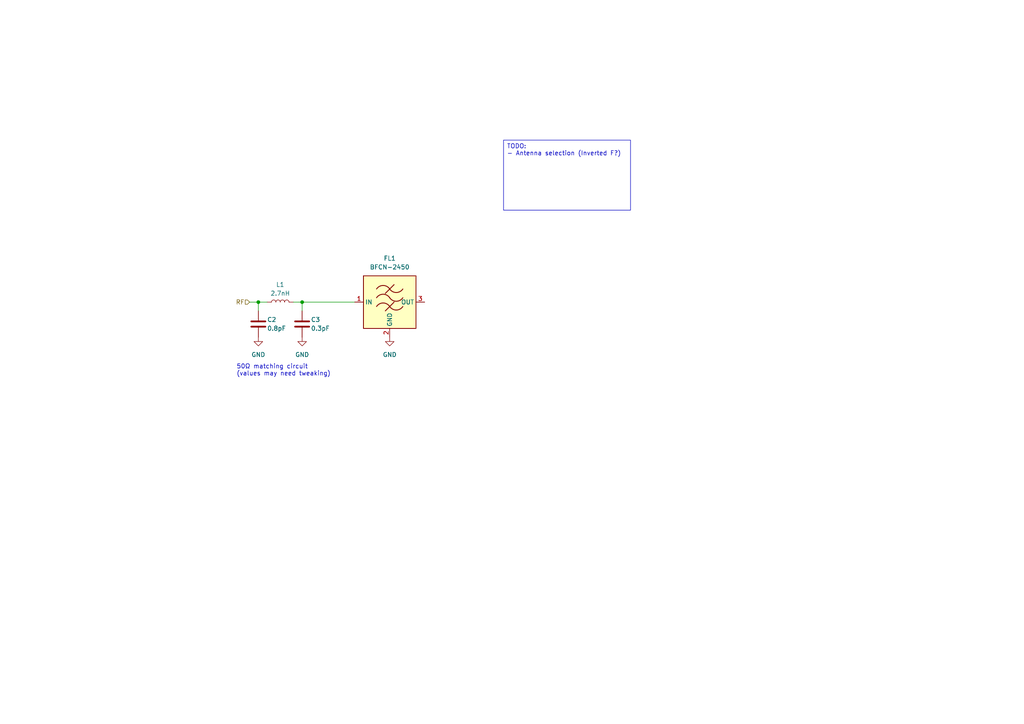
<source format=kicad_sch>
(kicad_sch (version 20250114) (generator "eeschema") (generator_version "9.0")
  (paper "A4")
  (lib_symbols
    (symbol "Device:C" (pin_numbers (hide yes)) (pin_names (offset 0.254))
      (property "Reference" "C" (at 0.635 2.54 0))
      (property "Value" "C" (at 0.635 -2.54 0))
      (symbol "C_0_1"
        (polyline (pts (xy -2.032 0.762) (xy 2.032 0.762)) (stroke (width 0.508)))
        (polyline (pts (xy -2.032 -0.762) (xy 2.032 -0.762)) (stroke (width 0.508)))
      )
      (symbol "C_1_1"
        (pin passive line (at 0 3.81 270) (length 2.794) (name "~") (number "1"))
        (pin passive line (at 0 -3.81 90) (length 2.794) (name "~") (number "2"))
      )
    )
    (symbol "Device:L" (pin_numbers (hide yes)) (pin_names (offset 1.016) (hide yes))
      (property "Reference" "L" (at -1.27 0 90))
      (property "Value" "L" (at 1.905 0 90))
      (symbol "L_0_1"
        (arc (start 0 2.54) (mid 0.6323 1.905) (end 0 1.27))
        (arc (start 0 1.27) (mid 0.6323 0.635) (end 0 0))
        (arc (start 0 0) (mid 0.6323 -0.635) (end 0 -1.27))
        (arc (start 0 -1.27) (mid 0.6323 -1.905) (end 0 -2.54))
      )
      (symbol "L_1_1"
        (pin passive line (at 0 3.81 270) (length 1.27) (name "1") (number "1"))
        (pin passive line (at 0 -3.81 90) (length 1.27) (name "2") (number "2"))
      )
    )
    (symbol "RF_Filter:BFCN-2450"
      (property "Reference" "FL" (at 0 10.795 0))
      (property "Value" "BFCN-2450" (at 0 8.89 0))
      (symbol "BFCN-2450_0_1"
        (rectangle (start -7.62 7.62) (end 7.62 -7.62) (stroke (width 0.254)) (fill (type background)))
        (arc (start -3.81 3.81) (mid -1.905 4.8295) (end 0 3.81) (stroke (width 0.254)))
        (arc (start -3.81 1.27) (mid -1.905 2.2895) (end 0 1.27) (stroke (width 0.254)))
        (arc (start -3.81 -1.27) (mid -1.905 -0.2505) (end 0 -1.27) (stroke (width 0.254)))
        (polyline (pts (xy -1.27 2.54) (xy 1.27 5.08)) (stroke (width 0.254)))
        (polyline (pts (xy -1.27 -2.54) (xy 1.27 0)) (stroke (width 0.254)))
        (arc (start 3.81 3.81) (mid 1.905 2.7905) (end 0 3.81) (stroke (width 0.254)))
        (arc (start 3.81 1.27) (mid 1.905 0.2505) (end 0 1.27) (stroke (width 0.254)))
        (arc (start 3.81 -1.27) (mid 1.905 -2.2895) (end 0 -1.27) (stroke (width 0.254)))
      )
      (symbol "BFCN-2450_1_1"
        (pin passive line (at -10.16 0 0) (length 2.54) (name "IN") (number "1"))
        (pin passive line (at 0 -10.16 90) (length 2.54) (name "GND") (number "2"))
        (pin passive line (at 0 -10.16 90) (length 2.54) (hide yes) (name "GND") (number "4"))
        (pin passive line (at 10.16 0 180) (length 2.54) (name "OUT") (number "3"))
      )
    )
    (symbol "power:GND" (power) (pin_names (offset 0))
      (property "Value" "GND" (at 0 -3.81 0))
      (symbol "GND_0_1"
        (polyline (pts (xy 0 0) (xy 0 -1.27) (xy 1.27 -1.27) (xy 0 -2.54) (xy -1.27 -1.27) (xy 0 -1.27)))
      )
      (symbol "GND_1_1"
        (pin power_in line (at 0 0 270) (length 0) (hide yes) (name "GND") (number "1"))
      )
    )
  )
  (text "50Ω matching circuit\n(values may need tweaking)" (at 68.58 109.22 0) (effects (font (size 1.27 1.27)) (justify left bottom)))
  (text_box "TODO:\n- Antenna selection (Inverted F?)" (at 146.05 40.64 0) (size 36.83 20.32) (margins 0.9525 0.9525 0.9525 0.9525) (effects (font (size 1.27 1.27)) (justify left top)))
  (junction (at 87.63 87.63))
  (junction (at 74.93 87.63))
  (wire (pts (xy 87.63 87.63) (xy 102.87 87.63)))
  (wire (pts (xy 74.93 87.63) (xy 74.93 90.17)))
  (wire (pts (xy 87.63 87.63) (xy 87.63 90.17)))
  (wire (pts (xy 77.47 87.63) (xy 74.93 87.63)))
  (wire (pts (xy 85.09 87.63) (xy 87.63 87.63)))
  (wire (pts (xy 72.39 87.63) (xy 74.93 87.63)))
  (hierarchical_label "RF" (shape input) (at 72.39 87.63 180))
  (symbol (lib_id "power:GND") (at 74.93 97.79 0) (unit 1)
    (property "Reference" "#PWR014" (effects (hide yes)))
    (property "Value" "GND" (at 74.93 102.87 0))
  )
  (symbol (lib_id "power:GND") (at 113.03 97.79 0) (unit 1)
    (property "Reference" "#PWR016" (effects (hide yes)))
    (property "Value" "GND" (at 113.03 102.87 0))
  )
  (symbol (lib_id "Device:C") (at 87.63 93.98 0) (unit 1)
    (property "Reference" "C3" (at 90.17 92.71 0) (effects (justify left)))
    (property "Value" "0.3pF" (at 90.17 95.25 0) (effects (justify left)))
  )
  (symbol (lib_id "Device:L") (at 81.28 87.63 90) (unit 1)
    (property "Reference" "L1" (at 81.28 82.55 90))
    (property "Value" "2.7nH" (at 81.28 85.09 90))
  )
  (symbol (lib_id "power:GND") (at 87.63 97.79 0) (unit 1)
    (property "Reference" "#PWR015" (effects (hide yes)))
    (property "Value" "GND" (at 87.63 102.87 0))
  )
  (symbol (lib_id "RF_Filter:BFCN-2450") (at 113.03 87.63 0) (unit 1)
    (property "Reference" "FL1" (at 113.03 74.93 0))
    (property "Value" "BFCN-2450" (at 113.03 77.47 0))
    (property "Footprint" "Filter:Filter_Mini-Circuits_FV1206-4" (effects (hide yes)))
    (property "Datasheet" "https://www.minicircuits.com/pdfs/BFCN-2450+.pdf" (effects (hide yes)))
  )
  (symbol (lib_id "Device:C") (at 74.93 93.98 0) (unit 1)
    (property "Reference" "C2" (at 77.47 92.71 0) (effects (justify left)))
    (property "Value" "0.8pF" (at 77.47 95.25 0) (effects (justify left)))
  )
)
</source>
